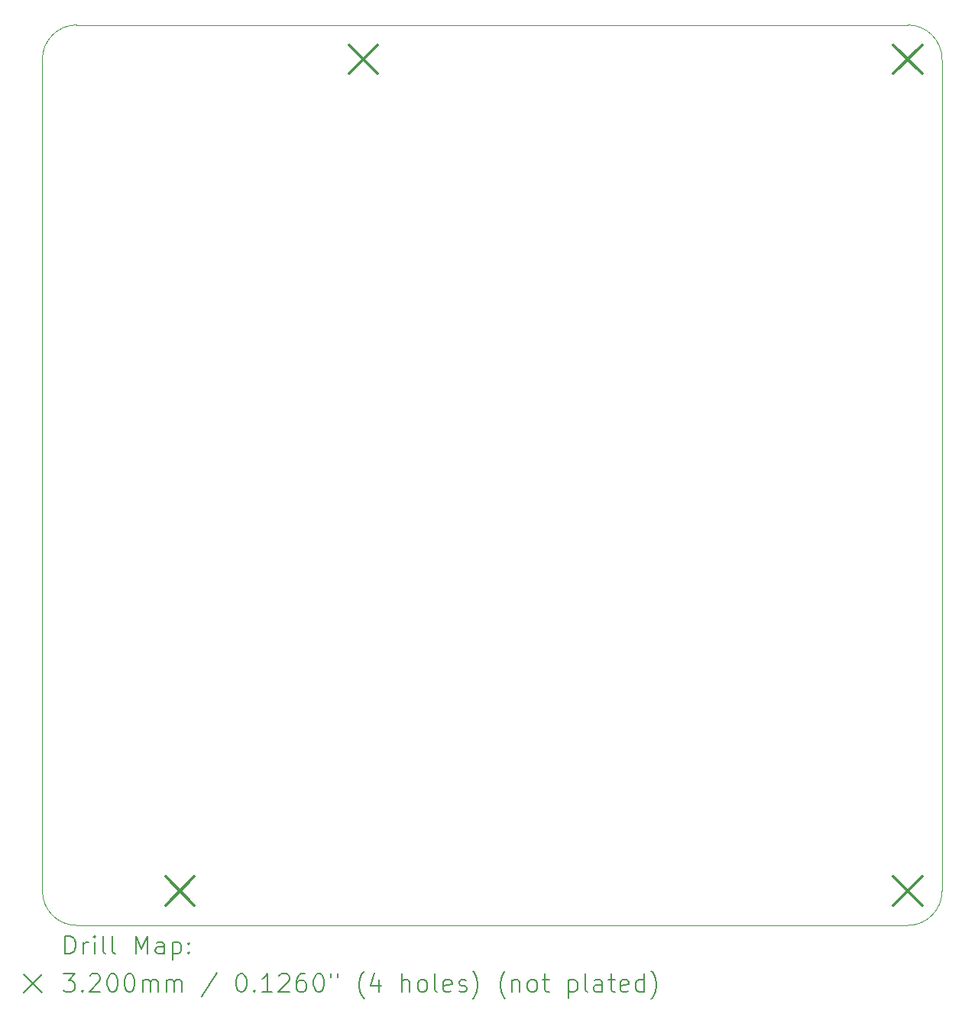
<source format=gbr>
%FSLAX45Y45*%
G04 Gerber Fmt 4.5, Leading zero omitted, Abs format (unit mm)*
G04 Created by KiCad (PCBNEW (6.0.0)) date 2022-03-13 20:29:17*
%MOMM*%
%LPD*%
G01*
G04 APERTURE LIST*
%TA.AperFunction,Profile*%
%ADD10C,0.100000*%
%TD*%
%ADD11C,0.200000*%
%ADD12C,0.320000*%
G04 APERTURE END LIST*
D10*
X-381000Y-9207500D02*
G75*
G03*
X0Y-9588500I381000J0D01*
G01*
X9207500Y-9588500D02*
G75*
G03*
X9588500Y-9207500I0J381000D01*
G01*
X0Y381000D02*
G75*
G03*
X-381000Y0I0J-381000D01*
G01*
X9207500Y381000D02*
X0Y381000D01*
X-381000Y-9207500D02*
X-381000Y0D01*
X9588500Y-9207500D02*
X9588500Y0D01*
X9207500Y-9588500D02*
X0Y-9588500D01*
X9588500Y0D02*
G75*
G03*
X9207500Y381000I-381000J0D01*
G01*
D11*
D12*
X983000Y-9047500D02*
X1303000Y-9367500D01*
X1303000Y-9047500D02*
X983000Y-9367500D01*
X3015000Y160000D02*
X3335000Y-160000D01*
X3335000Y160000D02*
X3015000Y-160000D01*
X9047500Y160000D02*
X9367500Y-160000D01*
X9367500Y160000D02*
X9047500Y-160000D01*
X9047500Y-9047500D02*
X9367500Y-9367500D01*
X9367500Y-9047500D02*
X9047500Y-9367500D01*
D11*
X-128381Y-9903976D02*
X-128381Y-9703976D01*
X-80762Y-9703976D01*
X-52190Y-9713500D01*
X-33143Y-9732548D01*
X-23619Y-9751595D01*
X-14095Y-9789690D01*
X-14095Y-9818262D01*
X-23619Y-9856357D01*
X-33143Y-9875405D01*
X-52190Y-9894452D01*
X-80762Y-9903976D01*
X-128381Y-9903976D01*
X71619Y-9903976D02*
X71619Y-9770643D01*
X71619Y-9808738D02*
X81143Y-9789690D01*
X90667Y-9780167D01*
X109714Y-9770643D01*
X128762Y-9770643D01*
X195428Y-9903976D02*
X195428Y-9770643D01*
X195428Y-9703976D02*
X185905Y-9713500D01*
X195428Y-9723024D01*
X204952Y-9713500D01*
X195428Y-9703976D01*
X195428Y-9723024D01*
X319238Y-9903976D02*
X300190Y-9894452D01*
X290667Y-9875405D01*
X290667Y-9703976D01*
X424000Y-9903976D02*
X404952Y-9894452D01*
X395428Y-9875405D01*
X395428Y-9703976D01*
X652571Y-9903976D02*
X652571Y-9703976D01*
X719238Y-9846833D01*
X785905Y-9703976D01*
X785905Y-9903976D01*
X966857Y-9903976D02*
X966857Y-9799214D01*
X957333Y-9780167D01*
X938286Y-9770643D01*
X900190Y-9770643D01*
X881143Y-9780167D01*
X966857Y-9894452D02*
X947809Y-9903976D01*
X900190Y-9903976D01*
X881143Y-9894452D01*
X871619Y-9875405D01*
X871619Y-9856357D01*
X881143Y-9837310D01*
X900190Y-9827786D01*
X947809Y-9827786D01*
X966857Y-9818262D01*
X1062095Y-9770643D02*
X1062095Y-9970643D01*
X1062095Y-9780167D02*
X1081143Y-9770643D01*
X1119238Y-9770643D01*
X1138286Y-9780167D01*
X1147810Y-9789690D01*
X1157333Y-9808738D01*
X1157333Y-9865881D01*
X1147810Y-9884929D01*
X1138286Y-9894452D01*
X1119238Y-9903976D01*
X1081143Y-9903976D01*
X1062095Y-9894452D01*
X1243048Y-9884929D02*
X1252571Y-9894452D01*
X1243048Y-9903976D01*
X1233524Y-9894452D01*
X1243048Y-9884929D01*
X1243048Y-9903976D01*
X1243048Y-9780167D02*
X1252571Y-9789690D01*
X1243048Y-9799214D01*
X1233524Y-9789690D01*
X1243048Y-9780167D01*
X1243048Y-9799214D01*
X-586000Y-10133500D02*
X-386000Y-10333500D01*
X-386000Y-10133500D02*
X-586000Y-10333500D01*
X-147429Y-10123976D02*
X-23619Y-10123976D01*
X-90286Y-10200167D01*
X-61714Y-10200167D01*
X-42667Y-10209690D01*
X-33143Y-10219214D01*
X-23619Y-10238262D01*
X-23619Y-10285881D01*
X-33143Y-10304929D01*
X-42667Y-10314452D01*
X-61714Y-10323976D01*
X-118857Y-10323976D01*
X-137905Y-10314452D01*
X-147429Y-10304929D01*
X62095Y-10304929D02*
X71619Y-10314452D01*
X62095Y-10323976D01*
X52571Y-10314452D01*
X62095Y-10304929D01*
X62095Y-10323976D01*
X147810Y-10143024D02*
X157333Y-10133500D01*
X176381Y-10123976D01*
X224000Y-10123976D01*
X243048Y-10133500D01*
X252571Y-10143024D01*
X262095Y-10162071D01*
X262095Y-10181119D01*
X252571Y-10209690D01*
X138286Y-10323976D01*
X262095Y-10323976D01*
X385905Y-10123976D02*
X404952Y-10123976D01*
X424000Y-10133500D01*
X433524Y-10143024D01*
X443048Y-10162071D01*
X452571Y-10200167D01*
X452571Y-10247786D01*
X443048Y-10285881D01*
X433524Y-10304929D01*
X424000Y-10314452D01*
X404952Y-10323976D01*
X385905Y-10323976D01*
X366857Y-10314452D01*
X357333Y-10304929D01*
X347810Y-10285881D01*
X338286Y-10247786D01*
X338286Y-10200167D01*
X347810Y-10162071D01*
X357333Y-10143024D01*
X366857Y-10133500D01*
X385905Y-10123976D01*
X576381Y-10123976D02*
X595429Y-10123976D01*
X614476Y-10133500D01*
X624000Y-10143024D01*
X633524Y-10162071D01*
X643048Y-10200167D01*
X643048Y-10247786D01*
X633524Y-10285881D01*
X624000Y-10304929D01*
X614476Y-10314452D01*
X595429Y-10323976D01*
X576381Y-10323976D01*
X557333Y-10314452D01*
X547810Y-10304929D01*
X538286Y-10285881D01*
X528762Y-10247786D01*
X528762Y-10200167D01*
X538286Y-10162071D01*
X547810Y-10143024D01*
X557333Y-10133500D01*
X576381Y-10123976D01*
X728762Y-10323976D02*
X728762Y-10190643D01*
X728762Y-10209690D02*
X738286Y-10200167D01*
X757333Y-10190643D01*
X785905Y-10190643D01*
X804952Y-10200167D01*
X814476Y-10219214D01*
X814476Y-10323976D01*
X814476Y-10219214D02*
X824000Y-10200167D01*
X843048Y-10190643D01*
X871619Y-10190643D01*
X890667Y-10200167D01*
X900190Y-10219214D01*
X900190Y-10323976D01*
X995428Y-10323976D02*
X995428Y-10190643D01*
X995428Y-10209690D02*
X1004952Y-10200167D01*
X1024000Y-10190643D01*
X1052571Y-10190643D01*
X1071619Y-10200167D01*
X1081143Y-10219214D01*
X1081143Y-10323976D01*
X1081143Y-10219214D02*
X1090667Y-10200167D01*
X1109714Y-10190643D01*
X1138286Y-10190643D01*
X1157333Y-10200167D01*
X1166857Y-10219214D01*
X1166857Y-10323976D01*
X1557333Y-10114452D02*
X1385905Y-10371595D01*
X1814476Y-10123976D02*
X1833524Y-10123976D01*
X1852571Y-10133500D01*
X1862095Y-10143024D01*
X1871619Y-10162071D01*
X1881143Y-10200167D01*
X1881143Y-10247786D01*
X1871619Y-10285881D01*
X1862095Y-10304929D01*
X1852571Y-10314452D01*
X1833524Y-10323976D01*
X1814476Y-10323976D01*
X1795428Y-10314452D01*
X1785905Y-10304929D01*
X1776381Y-10285881D01*
X1766857Y-10247786D01*
X1766857Y-10200167D01*
X1776381Y-10162071D01*
X1785905Y-10143024D01*
X1795428Y-10133500D01*
X1814476Y-10123976D01*
X1966857Y-10304929D02*
X1976381Y-10314452D01*
X1966857Y-10323976D01*
X1957333Y-10314452D01*
X1966857Y-10304929D01*
X1966857Y-10323976D01*
X2166857Y-10323976D02*
X2052571Y-10323976D01*
X2109714Y-10323976D02*
X2109714Y-10123976D01*
X2090667Y-10152548D01*
X2071619Y-10171595D01*
X2052571Y-10181119D01*
X2243048Y-10143024D02*
X2252571Y-10133500D01*
X2271619Y-10123976D01*
X2319238Y-10123976D01*
X2338286Y-10133500D01*
X2347810Y-10143024D01*
X2357333Y-10162071D01*
X2357333Y-10181119D01*
X2347810Y-10209690D01*
X2233524Y-10323976D01*
X2357333Y-10323976D01*
X2528762Y-10123976D02*
X2490667Y-10123976D01*
X2471619Y-10133500D01*
X2462095Y-10143024D01*
X2443048Y-10171595D01*
X2433524Y-10209690D01*
X2433524Y-10285881D01*
X2443048Y-10304929D01*
X2452571Y-10314452D01*
X2471619Y-10323976D01*
X2509714Y-10323976D01*
X2528762Y-10314452D01*
X2538286Y-10304929D01*
X2547810Y-10285881D01*
X2547810Y-10238262D01*
X2538286Y-10219214D01*
X2528762Y-10209690D01*
X2509714Y-10200167D01*
X2471619Y-10200167D01*
X2452571Y-10209690D01*
X2443048Y-10219214D01*
X2433524Y-10238262D01*
X2671619Y-10123976D02*
X2690667Y-10123976D01*
X2709714Y-10133500D01*
X2719238Y-10143024D01*
X2728762Y-10162071D01*
X2738286Y-10200167D01*
X2738286Y-10247786D01*
X2728762Y-10285881D01*
X2719238Y-10304929D01*
X2709714Y-10314452D01*
X2690667Y-10323976D01*
X2671619Y-10323976D01*
X2652571Y-10314452D01*
X2643048Y-10304929D01*
X2633524Y-10285881D01*
X2624000Y-10247786D01*
X2624000Y-10200167D01*
X2633524Y-10162071D01*
X2643048Y-10143024D01*
X2652571Y-10133500D01*
X2671619Y-10123976D01*
X2814476Y-10123976D02*
X2814476Y-10162071D01*
X2890667Y-10123976D02*
X2890667Y-10162071D01*
X3185905Y-10400167D02*
X3176381Y-10390643D01*
X3157333Y-10362071D01*
X3147809Y-10343024D01*
X3138286Y-10314452D01*
X3128762Y-10266833D01*
X3128762Y-10228738D01*
X3138286Y-10181119D01*
X3147809Y-10152548D01*
X3157333Y-10133500D01*
X3176381Y-10104929D01*
X3185905Y-10095405D01*
X3347809Y-10190643D02*
X3347809Y-10323976D01*
X3300190Y-10114452D02*
X3252571Y-10257310D01*
X3376381Y-10257310D01*
X3604952Y-10323976D02*
X3604952Y-10123976D01*
X3690667Y-10323976D02*
X3690667Y-10219214D01*
X3681143Y-10200167D01*
X3662095Y-10190643D01*
X3633524Y-10190643D01*
X3614476Y-10200167D01*
X3604952Y-10209690D01*
X3814476Y-10323976D02*
X3795428Y-10314452D01*
X3785905Y-10304929D01*
X3776381Y-10285881D01*
X3776381Y-10228738D01*
X3785905Y-10209690D01*
X3795428Y-10200167D01*
X3814476Y-10190643D01*
X3843048Y-10190643D01*
X3862095Y-10200167D01*
X3871619Y-10209690D01*
X3881143Y-10228738D01*
X3881143Y-10285881D01*
X3871619Y-10304929D01*
X3862095Y-10314452D01*
X3843048Y-10323976D01*
X3814476Y-10323976D01*
X3995428Y-10323976D02*
X3976381Y-10314452D01*
X3966857Y-10295405D01*
X3966857Y-10123976D01*
X4147809Y-10314452D02*
X4128762Y-10323976D01*
X4090667Y-10323976D01*
X4071619Y-10314452D01*
X4062095Y-10295405D01*
X4062095Y-10219214D01*
X4071619Y-10200167D01*
X4090667Y-10190643D01*
X4128762Y-10190643D01*
X4147809Y-10200167D01*
X4157333Y-10219214D01*
X4157333Y-10238262D01*
X4062095Y-10257310D01*
X4233524Y-10314452D02*
X4252571Y-10323976D01*
X4290667Y-10323976D01*
X4309714Y-10314452D01*
X4319238Y-10295405D01*
X4319238Y-10285881D01*
X4309714Y-10266833D01*
X4290667Y-10257310D01*
X4262095Y-10257310D01*
X4243048Y-10247786D01*
X4233524Y-10228738D01*
X4233524Y-10219214D01*
X4243048Y-10200167D01*
X4262095Y-10190643D01*
X4290667Y-10190643D01*
X4309714Y-10200167D01*
X4385905Y-10400167D02*
X4395429Y-10390643D01*
X4414476Y-10362071D01*
X4424000Y-10343024D01*
X4433524Y-10314452D01*
X4443048Y-10266833D01*
X4443048Y-10228738D01*
X4433524Y-10181119D01*
X4424000Y-10152548D01*
X4414476Y-10133500D01*
X4395429Y-10104929D01*
X4385905Y-10095405D01*
X4747810Y-10400167D02*
X4738286Y-10390643D01*
X4719238Y-10362071D01*
X4709714Y-10343024D01*
X4700190Y-10314452D01*
X4690667Y-10266833D01*
X4690667Y-10228738D01*
X4700190Y-10181119D01*
X4709714Y-10152548D01*
X4719238Y-10133500D01*
X4738286Y-10104929D01*
X4747810Y-10095405D01*
X4824000Y-10190643D02*
X4824000Y-10323976D01*
X4824000Y-10209690D02*
X4833524Y-10200167D01*
X4852571Y-10190643D01*
X4881143Y-10190643D01*
X4900190Y-10200167D01*
X4909714Y-10219214D01*
X4909714Y-10323976D01*
X5033524Y-10323976D02*
X5014476Y-10314452D01*
X5004952Y-10304929D01*
X4995429Y-10285881D01*
X4995429Y-10228738D01*
X5004952Y-10209690D01*
X5014476Y-10200167D01*
X5033524Y-10190643D01*
X5062095Y-10190643D01*
X5081143Y-10200167D01*
X5090667Y-10209690D01*
X5100190Y-10228738D01*
X5100190Y-10285881D01*
X5090667Y-10304929D01*
X5081143Y-10314452D01*
X5062095Y-10323976D01*
X5033524Y-10323976D01*
X5157333Y-10190643D02*
X5233524Y-10190643D01*
X5185905Y-10123976D02*
X5185905Y-10295405D01*
X5195429Y-10314452D01*
X5214476Y-10323976D01*
X5233524Y-10323976D01*
X5452571Y-10190643D02*
X5452571Y-10390643D01*
X5452571Y-10200167D02*
X5471619Y-10190643D01*
X5509714Y-10190643D01*
X5528762Y-10200167D01*
X5538286Y-10209690D01*
X5547810Y-10228738D01*
X5547810Y-10285881D01*
X5538286Y-10304929D01*
X5528762Y-10314452D01*
X5509714Y-10323976D01*
X5471619Y-10323976D01*
X5452571Y-10314452D01*
X5662095Y-10323976D02*
X5643048Y-10314452D01*
X5633524Y-10295405D01*
X5633524Y-10123976D01*
X5824000Y-10323976D02*
X5824000Y-10219214D01*
X5814476Y-10200167D01*
X5795428Y-10190643D01*
X5757333Y-10190643D01*
X5738286Y-10200167D01*
X5824000Y-10314452D02*
X5804952Y-10323976D01*
X5757333Y-10323976D01*
X5738286Y-10314452D01*
X5728762Y-10295405D01*
X5728762Y-10276357D01*
X5738286Y-10257310D01*
X5757333Y-10247786D01*
X5804952Y-10247786D01*
X5824000Y-10238262D01*
X5890667Y-10190643D02*
X5966857Y-10190643D01*
X5919238Y-10123976D02*
X5919238Y-10295405D01*
X5928762Y-10314452D01*
X5947809Y-10323976D01*
X5966857Y-10323976D01*
X6109714Y-10314452D02*
X6090667Y-10323976D01*
X6052571Y-10323976D01*
X6033524Y-10314452D01*
X6024000Y-10295405D01*
X6024000Y-10219214D01*
X6033524Y-10200167D01*
X6052571Y-10190643D01*
X6090667Y-10190643D01*
X6109714Y-10200167D01*
X6119238Y-10219214D01*
X6119238Y-10238262D01*
X6024000Y-10257310D01*
X6290667Y-10323976D02*
X6290667Y-10123976D01*
X6290667Y-10314452D02*
X6271619Y-10323976D01*
X6233524Y-10323976D01*
X6214476Y-10314452D01*
X6204952Y-10304929D01*
X6195428Y-10285881D01*
X6195428Y-10228738D01*
X6204952Y-10209690D01*
X6214476Y-10200167D01*
X6233524Y-10190643D01*
X6271619Y-10190643D01*
X6290667Y-10200167D01*
X6366857Y-10400167D02*
X6376381Y-10390643D01*
X6395428Y-10362071D01*
X6404952Y-10343024D01*
X6414476Y-10314452D01*
X6424000Y-10266833D01*
X6424000Y-10228738D01*
X6414476Y-10181119D01*
X6404952Y-10152548D01*
X6395428Y-10133500D01*
X6376381Y-10104929D01*
X6366857Y-10095405D01*
M02*

</source>
